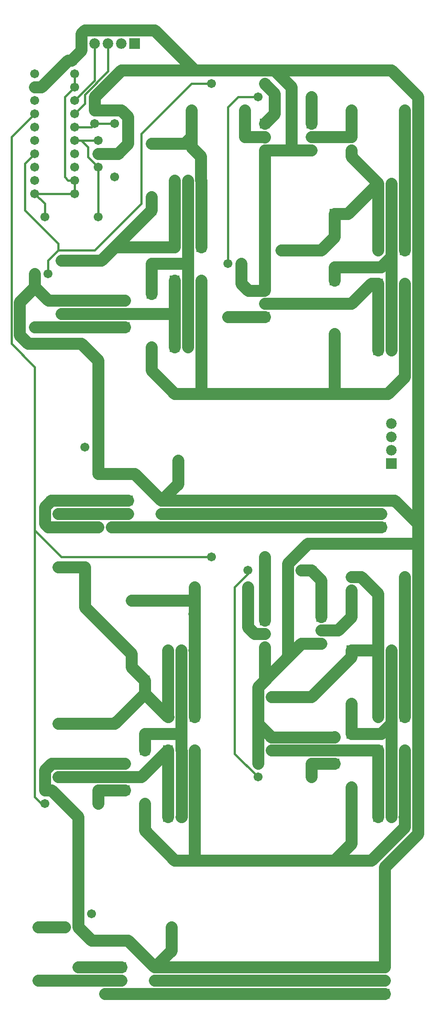
<source format=gbr>
G04 #@! TF.FileFunction,Copper,L2,Bot,Signal*
%FSLAX46Y46*%
G04 Gerber Fmt 4.6, Leading zero omitted, Abs format (unit mm)*
G04 Created by KiCad (PCBNEW 4.0.1-stable) date 01/16/17 05:03:06*
%MOMM*%
G01*
G04 APERTURE LIST*
%ADD10C,0.100000*%
%ADD11R,1.916000X1.916000*%
%ADD12C,1.916000*%
%ADD13R,2.016000X2.016000*%
%ADD14C,2.016000*%
%ADD15C,1.716000*%
%ADD16C,0.381000*%
%ADD17C,2.286000*%
G04 APERTURE END LIST*
D10*
D11*
X151767540Y-165100520D03*
D12*
X151765000Y-175260000D03*
D11*
X151767540Y-178435520D03*
D12*
X151765000Y-188595000D03*
D11*
X191137540Y-159385520D03*
D12*
X191135000Y-169545000D03*
D11*
X191137540Y-175260520D03*
D12*
X191135000Y-185420000D03*
D11*
X156842460Y-222249480D03*
D12*
X156845000Y-212090000D03*
D11*
X153037540Y-75565520D03*
D12*
X153035000Y-85725000D03*
D11*
X153037540Y-91440520D03*
D12*
X153035000Y-101600000D03*
D11*
X187962540Y-76200520D03*
D12*
X187960000Y-86360000D03*
D11*
X187962540Y-88900520D03*
D12*
X187960000Y-99060000D03*
D11*
X158112460Y-133349480D03*
D12*
X158115000Y-123190000D03*
D13*
X149860000Y-43815000D03*
D14*
X147320000Y-43815000D03*
X144780000Y-43815000D03*
X142240000Y-43815000D03*
X139700000Y-43815000D03*
D13*
X198755000Y-123825000D03*
D14*
X198755000Y-121285000D03*
X198755000Y-118745000D03*
X198755000Y-116205000D03*
D12*
X174625000Y-156210000D03*
D11*
X174625000Y-153670000D03*
D12*
X174625000Y-158750000D03*
X147955000Y-183515000D03*
D11*
X147955000Y-186055000D03*
D12*
X147955000Y-180975000D03*
X158750000Y-172085000D03*
D11*
X161290000Y-172085000D03*
D12*
X156210000Y-172085000D03*
X158750000Y-159385000D03*
D11*
X161290000Y-159385000D03*
D12*
X156210000Y-159385000D03*
X158750000Y-178435000D03*
D11*
X156210000Y-178435000D03*
D12*
X161290000Y-178435000D03*
X158750000Y-191135000D03*
D11*
X156210000Y-191135000D03*
D12*
X161290000Y-191135000D03*
X185420000Y-155575000D03*
D11*
X185420000Y-153035000D03*
D12*
X185420000Y-158115000D03*
X187960000Y-178435000D03*
D11*
X187960000Y-180975000D03*
D12*
X187960000Y-175895000D03*
X198755000Y-159385000D03*
D11*
X201295000Y-159385000D03*
D12*
X196215000Y-159385000D03*
X198755000Y-172085000D03*
D11*
X201295000Y-172085000D03*
D12*
X196215000Y-172085000D03*
X198755000Y-191135000D03*
D11*
X196215000Y-191135000D03*
D12*
X201295000Y-191135000D03*
X198755000Y-178435000D03*
D11*
X196215000Y-178435000D03*
D12*
X201295000Y-178435000D03*
X147320000Y-222250000D03*
D11*
X147320000Y-219710000D03*
D12*
X147320000Y-224790000D03*
X153670000Y-222250000D03*
D11*
X153670000Y-224790000D03*
D12*
X153670000Y-219710000D03*
X197485000Y-222250000D03*
D11*
X197485000Y-224790000D03*
D12*
X197485000Y-219710000D03*
X174625000Y-61595000D03*
D11*
X174625000Y-59055000D03*
D12*
X174625000Y-64135000D03*
X147955000Y-95250000D03*
D11*
X147955000Y-97790000D03*
D12*
X147955000Y-92710000D03*
X160020000Y-82550000D03*
D11*
X162560000Y-82550000D03*
D12*
X157480000Y-82550000D03*
X160020000Y-69850000D03*
D11*
X162560000Y-69850000D03*
D12*
X157480000Y-69850000D03*
X160020000Y-88900000D03*
D11*
X157480000Y-88900000D03*
D12*
X162560000Y-88900000D03*
X160020000Y-101600000D03*
D11*
X157480000Y-101600000D03*
D12*
X162560000Y-101600000D03*
X183515000Y-61595000D03*
D11*
X183515000Y-59055000D03*
D12*
X183515000Y-64135000D03*
X174625000Y-93345000D03*
D11*
X174625000Y-95885000D03*
D12*
X174625000Y-90805000D03*
X198755000Y-83185000D03*
D11*
X201295000Y-83185000D03*
D12*
X196215000Y-83185000D03*
X198755000Y-70485000D03*
D11*
X201295000Y-70485000D03*
D12*
X196215000Y-70485000D03*
X198755000Y-102235000D03*
D11*
X196215000Y-102235000D03*
D12*
X201295000Y-102235000D03*
X198755000Y-89535000D03*
D11*
X196215000Y-89535000D03*
D12*
X201295000Y-89535000D03*
X148590000Y-133350000D03*
D11*
X148590000Y-130810000D03*
D12*
X148590000Y-135890000D03*
X154940000Y-133350000D03*
D11*
X154940000Y-135890000D03*
D12*
X154940000Y-130810000D03*
X196850000Y-133350000D03*
D11*
X196850000Y-135890000D03*
D12*
X196850000Y-130810000D03*
D15*
X146050000Y-69215000D03*
X146050000Y-59055000D03*
X132715000Y-76835000D03*
X142875000Y-76835000D03*
X174625000Y-141605000D03*
X164465000Y-141605000D03*
X161290000Y-147320000D03*
X171450000Y-147320000D03*
X161290000Y-149860000D03*
X171450000Y-149860000D03*
X161290000Y-152400000D03*
X171450000Y-152400000D03*
X149225000Y-160020000D03*
X149225000Y-149860000D03*
X137795000Y-173355000D03*
X137795000Y-183515000D03*
X142875000Y-173355000D03*
X142875000Y-183515000D03*
X140335000Y-173355000D03*
X140335000Y-183515000D03*
X135255000Y-173355000D03*
X135255000Y-183515000D03*
X142875000Y-188595000D03*
X132715000Y-188595000D03*
X142875000Y-186055000D03*
X132715000Y-186055000D03*
X181610000Y-144145000D03*
X171450000Y-144145000D03*
X201295000Y-147955000D03*
X191135000Y-147955000D03*
X201295000Y-150495000D03*
X191135000Y-150495000D03*
X201295000Y-153035000D03*
X191135000Y-153035000D03*
X191135000Y-145415000D03*
X201295000Y-145415000D03*
X183515000Y-168275000D03*
X183515000Y-178435000D03*
X180975000Y-168275000D03*
X180975000Y-178435000D03*
X178435000Y-168275000D03*
X178435000Y-178435000D03*
X175895000Y-168275000D03*
X175895000Y-178435000D03*
X183515000Y-183515000D03*
X173355000Y-183515000D03*
X183515000Y-180975000D03*
X173355000Y-180975000D03*
X131445000Y-212090000D03*
X131445000Y-222250000D03*
X133985000Y-212090000D03*
X133985000Y-222250000D03*
X136525000Y-212090000D03*
X136525000Y-222250000D03*
X141605000Y-219710000D03*
X141605000Y-209550000D03*
X139065000Y-219710000D03*
X139065000Y-209550000D03*
X144145000Y-224790000D03*
X144145000Y-214630000D03*
D12*
X161290000Y-199390000D03*
X161290000Y-222250000D03*
X168275000Y-199390000D03*
X168275000Y-222250000D03*
X175260000Y-199390000D03*
X175260000Y-222250000D03*
X182245000Y-199390000D03*
X182245000Y-222250000D03*
X188595000Y-199390000D03*
X188595000Y-222250000D03*
D15*
X174625000Y-51435000D03*
X164465000Y-51435000D03*
X160655000Y-59055000D03*
X170815000Y-59055000D03*
X160655000Y-61595000D03*
X170815000Y-61595000D03*
X160655000Y-56515000D03*
X170815000Y-56515000D03*
X153035000Y-73025000D03*
X153035000Y-62865000D03*
X135890000Y-85090000D03*
X135890000Y-95250000D03*
X138430000Y-85090000D03*
X138430000Y-95250000D03*
X140970000Y-85090000D03*
X140970000Y-95250000D03*
X143510000Y-85090000D03*
X143510000Y-95250000D03*
X133350000Y-97790000D03*
X133350000Y-87630000D03*
X130810000Y-97790000D03*
X130810000Y-87630000D03*
X183515000Y-53975000D03*
X173355000Y-53975000D03*
X201295000Y-56515000D03*
X191135000Y-56515000D03*
X201295000Y-59055000D03*
X191135000Y-59055000D03*
X201295000Y-61595000D03*
X191135000Y-61595000D03*
X191135000Y-64135000D03*
X201295000Y-64135000D03*
X177800000Y-83185000D03*
X177800000Y-93345000D03*
X180340000Y-83185000D03*
X180340000Y-93345000D03*
X182880000Y-83185000D03*
X182880000Y-93345000D03*
X185420000Y-83185000D03*
X185420000Y-93345000D03*
X167640000Y-95885000D03*
X167640000Y-85725000D03*
X170180000Y-95885000D03*
X170180000Y-85725000D03*
X135255000Y-143510000D03*
X135255000Y-133350000D03*
X137795000Y-143510000D03*
X137795000Y-133350000D03*
X140335000Y-143510000D03*
X140335000Y-133350000D03*
X140335000Y-130810000D03*
X140335000Y-120650000D03*
X142875000Y-135890000D03*
X142875000Y-125730000D03*
X145415000Y-135890000D03*
X145415000Y-125730000D03*
D12*
X162560000Y-110490000D03*
X162560000Y-133350000D03*
X168910000Y-110490000D03*
X168910000Y-133350000D03*
X175260000Y-110490000D03*
X175260000Y-133350000D03*
X181610000Y-110490000D03*
X181610000Y-133350000D03*
X187960000Y-110490000D03*
X187960000Y-133350000D03*
D15*
X130810000Y-49530000D03*
X130810000Y-52070000D03*
X130810000Y-54610000D03*
X130810000Y-57150000D03*
X130810000Y-59690000D03*
X130810000Y-62230000D03*
X130810000Y-64770000D03*
X130810000Y-67310000D03*
X130810000Y-69850000D03*
X130810000Y-72390000D03*
X138430000Y-72390000D03*
X138430000Y-69850000D03*
X138430000Y-67310000D03*
X138430000Y-64770000D03*
X138430000Y-62230000D03*
X138430000Y-59690000D03*
X138430000Y-57150000D03*
X138430000Y-54610000D03*
X138430000Y-52070000D03*
X138430000Y-49530000D03*
X142875000Y-64770000D03*
X142875000Y-62230000D03*
X142875000Y-67310000D03*
X142240000Y-59055000D03*
X142240000Y-56515000D03*
X142240000Y-53975000D03*
D16*
X138430000Y-59690000D02*
X141605000Y-59690000D01*
X141605000Y-59690000D02*
X142240000Y-59055000D01*
X142240000Y-59055000D02*
X146050000Y-59055000D01*
D17*
X139700000Y-43815000D02*
X139700000Y-41910000D01*
X153670000Y-41275000D02*
X161290000Y-48895000D01*
X140335000Y-41275000D02*
X153670000Y-41275000D01*
X139700000Y-41910000D02*
X140335000Y-41275000D01*
X139700000Y-43815000D02*
X139700000Y-45085000D01*
X139700000Y-45085000D02*
X137795000Y-46990000D01*
X130810000Y-52070000D02*
X132080000Y-52070000D01*
X137160000Y-46990000D02*
X137795000Y-46990000D01*
X132080000Y-52070000D02*
X137160000Y-46990000D01*
X176530000Y-48895000D02*
X198755000Y-48895000D01*
X203835000Y-53975000D02*
X203835000Y-135255000D01*
X198755000Y-48895000D02*
X203835000Y-53975000D01*
X179070000Y-160655000D02*
X179070000Y-142875000D01*
X182880000Y-139065000D02*
X203835000Y-139065000D01*
X179070000Y-142875000D02*
X182880000Y-139065000D01*
X197485000Y-219710000D02*
X197485000Y-200660000D01*
X197485000Y-200660000D02*
X203835000Y-194310000D01*
X203835000Y-194310000D02*
X203835000Y-139065000D01*
X199390000Y-130810000D02*
X196850000Y-130810000D01*
X203835000Y-135255000D02*
X199390000Y-130810000D01*
X203835000Y-139065000D02*
X203835000Y-135255000D01*
X142875000Y-125730000D02*
X142875000Y-104140000D01*
X127898502Y-93081498D02*
X130810000Y-90170000D01*
X127898502Y-99323502D02*
X127898502Y-93081498D01*
X129540000Y-100965000D02*
X127898502Y-99323502D01*
X139700000Y-100965000D02*
X129540000Y-100965000D01*
X142875000Y-104140000D02*
X139700000Y-100965000D01*
X179705000Y-64135000D02*
X179705000Y-52070000D01*
X147320000Y-48895000D02*
X142240000Y-53975000D01*
X161290000Y-48895000D02*
X147320000Y-48895000D01*
X176530000Y-48895000D02*
X161290000Y-48895000D01*
X179705000Y-52070000D02*
X176530000Y-48895000D01*
X139065000Y-209550000D02*
X139065000Y-191135000D01*
X133985000Y-186055000D02*
X132715000Y-186055000D01*
X139065000Y-191135000D02*
X133985000Y-186055000D01*
X142875000Y-64770000D02*
X146685000Y-64770000D01*
X147320000Y-56515000D02*
X142240000Y-56515000D01*
X148590000Y-57785000D02*
X147320000Y-56515000D01*
X148590000Y-62865000D02*
X148590000Y-57785000D01*
X146685000Y-64770000D02*
X148590000Y-62865000D01*
X142240000Y-53975000D02*
X142240000Y-56515000D01*
X170180000Y-85725000D02*
X170180000Y-89535000D01*
X171503998Y-90858998D02*
X174571002Y-90858998D01*
X170180000Y-89535000D02*
X171503998Y-90858998D01*
X174571002Y-90858998D02*
X174625000Y-90805000D01*
X174625000Y-90805000D02*
X174625000Y-64135000D01*
X174625000Y-64135000D02*
X179705000Y-64135000D01*
X179705000Y-64135000D02*
X183515000Y-64135000D01*
X130810000Y-87630000D02*
X130810000Y-90170000D01*
X133403998Y-92763998D02*
X147955000Y-92763998D01*
X130810000Y-90170000D02*
X133403998Y-92763998D01*
X147955000Y-92763998D02*
X147955000Y-92710000D01*
X142875000Y-125730000D02*
X145415000Y-125730000D01*
X145415000Y-125730000D02*
X148590000Y-125730000D01*
X148590000Y-125730000D02*
X149860000Y-125730000D01*
X149860000Y-125730000D02*
X154940000Y-130810000D01*
X158115000Y-123190000D02*
X158115000Y-127688998D01*
X158115000Y-127688998D02*
X154940520Y-130863478D01*
X154940520Y-130863478D02*
X154940000Y-130810000D01*
X154940000Y-130810000D02*
X196796002Y-130810000D01*
X196796002Y-130810000D02*
X196850000Y-130863998D01*
X196850000Y-130863998D02*
X196850000Y-130810000D01*
X139065000Y-209550000D02*
X139065000Y-212090000D01*
X141605000Y-214630000D02*
X144145000Y-214630000D01*
X139065000Y-212090000D02*
X141605000Y-214630000D01*
X144145000Y-214630000D02*
X148590000Y-214630000D01*
X148590000Y-214630000D02*
X153670000Y-219710000D01*
X156845000Y-212090000D02*
X156845000Y-216588998D01*
X156845000Y-216588998D02*
X153670000Y-219763998D01*
X153670000Y-219763998D02*
X153670000Y-219710000D01*
X197485000Y-219710000D02*
X153723998Y-219710000D01*
X153723998Y-219710000D02*
X153670000Y-219710000D01*
X173355000Y-180975000D02*
X173355000Y-173355000D01*
X132715000Y-186055000D02*
X132715000Y-182245000D01*
X132715000Y-182245000D02*
X133985000Y-180975000D01*
X133985000Y-180975000D02*
X147955000Y-180975000D01*
X174625000Y-158750000D02*
X174625000Y-165100000D01*
X185420000Y-158115000D02*
X181610000Y-158115000D01*
X175948998Y-175948998D02*
X187960000Y-175948998D01*
X173355000Y-173355000D02*
X175948998Y-175948998D01*
X173355000Y-166370000D02*
X173355000Y-173355000D01*
X181610000Y-158115000D02*
X179070000Y-160655000D01*
X179070000Y-160655000D02*
X174625000Y-165100000D01*
X174625000Y-165100000D02*
X173355000Y-166370000D01*
X187960000Y-175948998D02*
X187960000Y-175895000D01*
X153035000Y-73025000D02*
X153035000Y-75562980D01*
X153035000Y-75562980D02*
X153037540Y-75565520D01*
X177800000Y-83185000D02*
X180340000Y-83185000D01*
X180340000Y-83185000D02*
X182880000Y-83185000D01*
X182880000Y-83185000D02*
X185420000Y-83185000D01*
X185420000Y-83185000D02*
X187962540Y-80642460D01*
X187962540Y-80642460D02*
X187962540Y-76200520D01*
X153037540Y-75565520D02*
X146685000Y-81918060D01*
X157480000Y-82550000D02*
X146053060Y-82550000D01*
X146053060Y-82550000D02*
X146685000Y-81918060D01*
X146685000Y-81918060D02*
X146685000Y-81915000D01*
X146685000Y-81915000D02*
X146685000Y-81918060D01*
X143510000Y-85090000D02*
X143513060Y-85090000D01*
X143513060Y-85090000D02*
X146685000Y-81918060D01*
X143510000Y-85090000D02*
X140970000Y-85090000D01*
X140970000Y-85090000D02*
X138430000Y-85090000D01*
X138430000Y-85090000D02*
X135890000Y-85090000D01*
X187962540Y-76200520D02*
X190499480Y-76200520D01*
X190499480Y-76200520D02*
X196215000Y-70485000D01*
X157480000Y-82550000D02*
X157480000Y-69850000D01*
X140335000Y-143510000D02*
X140335000Y-151130000D01*
X140335000Y-151130000D02*
X149225000Y-160020000D01*
X135255000Y-143510000D02*
X137795000Y-143510000D01*
X137795000Y-143510000D02*
X140335000Y-143510000D01*
X191135000Y-64135000D02*
X191135000Y-65351002D01*
X191135000Y-65351002D02*
X196268998Y-70485000D01*
X196268998Y-70485000D02*
X196215000Y-70485000D01*
X196215000Y-83185000D02*
X196215000Y-70485000D01*
X196215000Y-70485000D02*
X196268998Y-70485000D01*
X196268998Y-70485000D02*
X196215000Y-70485000D01*
X191135000Y-145415000D02*
X193040000Y-145415000D01*
X196215000Y-148590000D02*
X196215000Y-159385000D01*
X193040000Y-145415000D02*
X196215000Y-148590000D01*
X149225000Y-160020000D02*
X149225000Y-162557980D01*
X149225000Y-162557980D02*
X151767540Y-165100520D01*
X131445000Y-212090000D02*
X133985000Y-212090000D01*
X133985000Y-212090000D02*
X136525000Y-212090000D01*
X151765000Y-165097980D02*
X151767540Y-165100520D01*
X196268998Y-159385000D02*
X196215000Y-159385000D01*
X175895000Y-168275000D02*
X178435000Y-168275000D01*
X178435000Y-168275000D02*
X180975000Y-168275000D01*
X180975000Y-168275000D02*
X183515000Y-168275000D01*
X183515000Y-168275000D02*
X191137540Y-160652460D01*
X191137540Y-160652460D02*
X191137540Y-159385520D01*
X142875000Y-173355000D02*
X146055080Y-173355000D01*
X146055080Y-173355000D02*
X151767540Y-167642540D01*
X135255000Y-173355000D02*
X137795000Y-173355000D01*
X137795000Y-173355000D02*
X140335000Y-173355000D01*
X140335000Y-173355000D02*
X142875000Y-173355000D01*
X191137540Y-159385520D02*
X196214480Y-159385520D01*
X196214480Y-159385520D02*
X196215000Y-159385000D01*
X151767540Y-165100520D02*
X151767540Y-167642540D01*
X151767540Y-167642540D02*
X156210000Y-172085000D01*
X196215000Y-172085000D02*
X196215000Y-159438998D01*
X196215000Y-159438998D02*
X196268998Y-159385000D01*
X196268998Y-159385000D02*
X196215000Y-159385000D01*
X156210000Y-159385000D02*
X156210000Y-172031002D01*
X156210000Y-172031002D02*
X156263998Y-172085000D01*
X156263998Y-172085000D02*
X156210000Y-172085000D01*
X151767540Y-178435520D02*
X151767540Y-175262540D01*
X151767540Y-175262540D02*
X151770080Y-175260000D01*
X151770080Y-175260000D02*
X158750000Y-175260000D01*
X158750000Y-159385000D02*
X158750000Y-172085000D01*
X158750000Y-172085000D02*
X158750000Y-175260000D01*
X158750000Y-175260000D02*
X158750000Y-178435000D01*
X158750000Y-178435000D02*
X158803998Y-178488998D01*
X158803998Y-178488998D02*
X158803998Y-191135000D01*
X158803998Y-191135000D02*
X158750000Y-191135000D01*
X201295000Y-192405000D02*
X201295000Y-193040000D01*
X201295000Y-193040000D02*
X194945000Y-199390000D01*
X188595000Y-199390000D02*
X194945000Y-199390000D01*
X201295000Y-192405000D02*
X201295000Y-191135000D01*
X191135000Y-185420000D02*
X191135000Y-196215000D01*
X191135000Y-196215000D02*
X187960000Y-199390000D01*
X151765000Y-188595000D02*
X151765000Y-193675000D01*
X157480000Y-199390000D02*
X161290000Y-199390000D01*
X151765000Y-193675000D02*
X157480000Y-199390000D01*
X161290000Y-178435000D02*
X161290000Y-191135000D01*
X201295000Y-178435000D02*
X201295000Y-191081002D01*
X201295000Y-191081002D02*
X201241002Y-191135000D01*
X201241002Y-191135000D02*
X201295000Y-191135000D01*
X161290000Y-191135000D02*
X161290000Y-199390000D01*
X161290000Y-199390000D02*
X168275000Y-199390000D01*
X168275000Y-199390000D02*
X175260000Y-199390000D01*
X175260000Y-199390000D02*
X182245000Y-199390000D01*
X182245000Y-199390000D02*
X188595000Y-199390000D01*
X191135000Y-169545000D02*
X191135000Y-175257980D01*
X191135000Y-175257980D02*
X191137540Y-175260520D01*
X191137540Y-175260520D02*
X196849480Y-175260520D01*
X196849480Y-175260520D02*
X198755000Y-173355000D01*
X198755000Y-159385000D02*
X198755000Y-172085000D01*
X198755000Y-172085000D02*
X198755000Y-173355000D01*
X198755000Y-173355000D02*
X198755000Y-178435000D01*
X198755000Y-178435000D02*
X198755000Y-191135000D01*
X197485000Y-222250000D02*
X188595000Y-222250000D01*
X153670000Y-222250000D02*
X156841940Y-222250000D01*
X156841940Y-222250000D02*
X161290000Y-222250000D01*
X161290000Y-222250000D02*
X168275000Y-222250000D01*
X168275000Y-222250000D02*
X175260000Y-222250000D01*
X175260000Y-222250000D02*
X182245000Y-222250000D01*
X182245000Y-222250000D02*
X188595000Y-222250000D01*
X153037540Y-91440520D02*
X153037540Y-85727540D01*
X153037540Y-85727540D02*
X153040080Y-85725000D01*
X153040080Y-85725000D02*
X160020000Y-85725000D01*
X160020000Y-69850000D02*
X160020000Y-82496002D01*
X160020000Y-82496002D02*
X160020000Y-85725000D01*
X160020000Y-85725000D02*
X160020000Y-88900000D01*
X160020000Y-88900000D02*
X160020000Y-101600000D01*
X153035000Y-101600000D02*
X153035000Y-106045000D01*
X157480000Y-110490000D02*
X162560000Y-110490000D01*
X153035000Y-106045000D02*
X157480000Y-110490000D01*
X187960000Y-99060000D02*
X187960000Y-110490000D01*
X162560000Y-101600000D02*
X162560000Y-110490000D01*
X162560000Y-101600000D02*
X162560000Y-88900000D01*
X201295000Y-89535000D02*
X201295000Y-102235000D01*
X201295000Y-102235000D02*
X201295000Y-107315000D01*
X201295000Y-107315000D02*
X198120000Y-110490000D01*
X198120000Y-110490000D02*
X181610000Y-110490000D01*
X181610000Y-110490000D02*
X175260000Y-110490000D01*
X175260000Y-110490000D02*
X168910000Y-110490000D01*
X168910000Y-110490000D02*
X162560000Y-110490000D01*
X187960000Y-86360000D02*
X196850000Y-86360000D01*
X196850000Y-86360000D02*
X198755000Y-84455000D01*
X187960000Y-86360000D02*
X187960000Y-88897980D01*
X187960000Y-88897980D02*
X187962540Y-88900520D01*
X198755000Y-70485000D02*
X198755000Y-83131002D01*
X198755000Y-83131002D02*
X198755000Y-84455000D01*
X198755000Y-84455000D02*
X198755000Y-89535000D01*
X198755000Y-89535000D02*
X198755000Y-102235000D01*
X158112460Y-133349480D02*
X162559480Y-133349480D01*
X162559480Y-133349480D02*
X162560000Y-133350000D01*
X158112460Y-133349480D02*
X154940520Y-133349480D01*
X154940520Y-133349480D02*
X154940000Y-133350000D01*
X196850000Y-133350000D02*
X188013998Y-133350000D01*
X188013998Y-133350000D02*
X187960000Y-133403998D01*
X187960000Y-133403998D02*
X187960000Y-133350000D01*
X187960000Y-133350000D02*
X181610000Y-133350000D01*
X181610000Y-133350000D02*
X175260000Y-133350000D01*
X175260000Y-133350000D02*
X168910000Y-133350000D01*
X168910000Y-133350000D02*
X162560000Y-133350000D01*
D16*
X138430000Y-52070000D02*
X136525000Y-53975000D01*
X137160000Y-69850000D02*
X138430000Y-69850000D01*
X136525000Y-69215000D02*
X137160000Y-69850000D01*
X136525000Y-53975000D02*
X136525000Y-69215000D01*
X132715000Y-76835000D02*
X132715000Y-74295000D01*
X132715000Y-74295000D02*
X130810000Y-72390000D01*
X138430000Y-69850000D02*
X138430000Y-72390000D01*
X138430000Y-72390000D02*
X130810000Y-72390000D01*
X138430000Y-49530000D02*
X138430000Y-52070000D01*
X144780000Y-43815000D02*
X144780000Y-49081660D01*
X140335000Y-55245000D02*
X138430000Y-57150000D01*
X140335000Y-53526660D02*
X140335000Y-55245000D01*
X144780000Y-49081660D02*
X140335000Y-53526660D01*
X142240000Y-43815000D02*
X142240000Y-50800000D01*
X142240000Y-50800000D02*
X138430000Y-54610000D01*
D17*
X171450000Y-152400000D02*
X171450000Y-154940000D01*
X172720000Y-156210000D02*
X174625000Y-156210000D01*
X171450000Y-154940000D02*
X172720000Y-156210000D01*
X171450000Y-147320000D02*
X171450000Y-149860000D01*
X171450000Y-149860000D02*
X171450000Y-152400000D01*
X174625000Y-141605000D02*
X174625000Y-153670000D01*
X135255000Y-183515000D02*
X137795000Y-183515000D01*
X137795000Y-183515000D02*
X140335000Y-183515000D01*
X140335000Y-183515000D02*
X142875000Y-183515000D01*
X142875000Y-183515000D02*
X147955000Y-183515000D01*
X147955000Y-183515000D02*
X151130000Y-183515000D01*
X151130000Y-183515000D02*
X156210000Y-178435000D01*
X156210000Y-178435000D02*
X156210000Y-191135000D01*
X142875000Y-188595000D02*
X142875000Y-186055000D01*
X142875000Y-186055000D02*
X147955000Y-186055000D01*
X149225000Y-149860000D02*
X161290000Y-149860000D01*
X161290000Y-152400000D02*
X161290000Y-159385000D01*
X161290000Y-147320000D02*
X161290000Y-149860000D01*
X161290000Y-149860000D02*
X161290000Y-152400000D01*
X161290000Y-152400000D02*
X161236002Y-152453998D01*
X161236002Y-159385000D02*
X161290000Y-159385000D01*
X161290000Y-172085000D02*
X161290000Y-159438998D01*
X161290000Y-159438998D02*
X161236002Y-159385000D01*
X161236002Y-159385000D02*
X161290000Y-159385000D01*
X191135000Y-153035000D02*
X188595000Y-155575000D01*
X188595000Y-155575000D02*
X185420000Y-155575000D01*
X191135000Y-147955000D02*
X191135000Y-150495000D01*
X191135000Y-150495000D02*
X191135000Y-153035000D01*
X181610000Y-144145000D02*
X183515000Y-144145000D01*
X185420000Y-146050000D02*
X185420000Y-153035000D01*
X183515000Y-144145000D02*
X185420000Y-146050000D01*
X175895000Y-178435000D02*
X178435000Y-178435000D01*
X178435000Y-178435000D02*
X180975000Y-178435000D01*
X180975000Y-178435000D02*
X183515000Y-178435000D01*
X183515000Y-178435000D02*
X187960000Y-178435000D01*
X187960000Y-178435000D02*
X196215000Y-178435000D01*
X196215000Y-191135000D02*
X196215000Y-178435000D01*
X183515000Y-183515000D02*
X183515000Y-180975000D01*
X183515000Y-180975000D02*
X187960000Y-180975000D01*
X201295000Y-153035000D02*
X201295000Y-159385000D01*
X201295000Y-145415000D02*
X201295000Y-147955000D01*
X201295000Y-147955000D02*
X201295000Y-150495000D01*
X201295000Y-150495000D02*
X201295000Y-153035000D01*
X201295000Y-159385000D02*
X201295000Y-172085000D01*
X131445000Y-222250000D02*
X133985000Y-222250000D01*
X133985000Y-222250000D02*
X136525000Y-222250000D01*
X136525000Y-222250000D02*
X147320000Y-222250000D01*
X139065000Y-219710000D02*
X141605000Y-219710000D01*
X141605000Y-219710000D02*
X147320000Y-219710000D01*
X144145000Y-224790000D02*
X147320000Y-224790000D01*
X147320000Y-224790000D02*
X153670000Y-224790000D01*
X153670000Y-224790000D02*
X197485000Y-224790000D01*
X170815000Y-56515000D02*
X170815000Y-59055000D01*
X170815000Y-59055000D02*
X170815000Y-61595000D01*
X170815000Y-61595000D02*
X174625000Y-61595000D01*
X174625000Y-61595000D02*
X174625000Y-61648998D01*
X174625000Y-61648998D02*
X174625000Y-61595000D01*
X174625000Y-59055000D02*
X176530000Y-57150000D01*
X176530000Y-53340000D02*
X174625000Y-51435000D01*
X176530000Y-57150000D02*
X176530000Y-53340000D01*
X135890000Y-95250000D02*
X138430000Y-95250000D01*
X138430000Y-95250000D02*
X140970000Y-95250000D01*
X140970000Y-95250000D02*
X143510000Y-95250000D01*
X143510000Y-95250000D02*
X147955000Y-95250000D01*
X147955000Y-95250000D02*
X157480000Y-95250000D01*
X157480000Y-101600000D02*
X157480000Y-95250000D01*
X157480000Y-95250000D02*
X157480000Y-88900000D01*
X130810000Y-97790000D02*
X133350000Y-97790000D01*
X133350000Y-97790000D02*
X147955000Y-97790000D01*
X153035000Y-62865000D02*
X159385000Y-62865000D01*
X159385000Y-62865000D02*
X160655000Y-61595000D01*
X160655000Y-61595000D02*
X160655000Y-63500000D01*
X162506002Y-65351002D02*
X162506002Y-69850000D01*
X160655000Y-63500000D02*
X162506002Y-65351002D01*
X162506002Y-69850000D02*
X162560000Y-69850000D01*
X160655000Y-61595000D02*
X160655000Y-59055000D01*
X160655000Y-59055000D02*
X160655000Y-56515000D01*
X162560000Y-82550000D02*
X162560000Y-69850000D01*
X183515000Y-61595000D02*
X191135000Y-61595000D01*
X191135000Y-61595000D02*
X191135000Y-59055000D01*
X191135000Y-59055000D02*
X191135000Y-56515000D01*
X183515000Y-53975000D02*
X183515000Y-59055000D01*
X174625000Y-93345000D02*
X177800000Y-93345000D01*
X177800000Y-93345000D02*
X180340000Y-93345000D01*
X180340000Y-93345000D02*
X182880000Y-93345000D01*
X182880000Y-93345000D02*
X185420000Y-93345000D01*
X185420000Y-93345000D02*
X191135000Y-93345000D01*
X191135000Y-93345000D02*
X194945000Y-89535000D01*
X194945000Y-89535000D02*
X196215000Y-89535000D01*
X196215000Y-89535000D02*
X196215000Y-102235000D01*
X167640000Y-95885000D02*
X170180000Y-95885000D01*
X170180000Y-95885000D02*
X174625000Y-95885000D01*
X201295000Y-56515000D02*
X201295000Y-59055000D01*
X201295000Y-59055000D02*
X201295000Y-61595000D01*
X201295000Y-61595000D02*
X201295000Y-64135000D01*
X201295000Y-64135000D02*
X201295000Y-70485000D01*
X201295000Y-70485000D02*
X201295000Y-83185000D01*
X135255000Y-133350000D02*
X137795000Y-133350000D01*
X137795000Y-133350000D02*
X140335000Y-133350000D01*
X140335000Y-133350000D02*
X148590000Y-133350000D01*
X148590000Y-130810000D02*
X140335000Y-130810000D01*
X142875000Y-135890000D02*
X133350000Y-135890000D01*
X133931002Y-130863998D02*
X140335000Y-130863998D01*
X132715000Y-132080000D02*
X133931002Y-130863998D01*
X132715000Y-135255000D02*
X132715000Y-132080000D01*
X133350000Y-135890000D02*
X132715000Y-135255000D01*
X140335000Y-130863998D02*
X140335000Y-130810000D01*
X145415000Y-135890000D02*
X148590000Y-135890000D01*
X148590000Y-135890000D02*
X154940000Y-135890000D01*
X154940000Y-135890000D02*
X196850000Y-135890000D01*
D16*
X142875000Y-67310000D02*
X142875000Y-76835000D01*
X142875000Y-67310000D02*
X140970000Y-65405000D01*
X140970000Y-63500000D02*
X139700000Y-62230000D01*
X140970000Y-65405000D02*
X140970000Y-63500000D01*
X142875000Y-67310000D02*
X142875000Y-66675000D01*
X142875000Y-62230000D02*
X139700000Y-62230000D01*
X139700000Y-62230000D02*
X138430000Y-62230000D01*
X127635000Y-60325000D02*
X126365000Y-61595000D01*
X126365000Y-100965000D02*
X130810000Y-105410000D01*
X126365000Y-61595000D02*
X126365000Y-100965000D01*
X164465000Y-141605000D02*
X135890000Y-141605000D01*
X135890000Y-141605000D02*
X130810000Y-136525000D01*
X132715000Y-188595000D02*
X132080000Y-188595000D01*
X132080000Y-188595000D02*
X130810000Y-187325000D01*
X130810000Y-187325000D02*
X130810000Y-136525000D01*
X130810000Y-136525000D02*
X130810000Y-105410000D01*
X127635000Y-60325000D02*
X130810000Y-57150000D01*
X171450000Y-144145000D02*
X171450000Y-144780000D01*
X171450000Y-144780000D02*
X168910000Y-147320000D01*
X168910000Y-147320000D02*
X168910000Y-179070000D01*
X168910000Y-179070000D02*
X173355000Y-183515000D01*
X130810000Y-64770000D02*
X128905000Y-66675000D01*
X135255000Y-81915000D02*
X135255000Y-83185000D01*
X128905000Y-75565000D02*
X135255000Y-81915000D01*
X128905000Y-66675000D02*
X128905000Y-75565000D01*
X164465000Y-51435000D02*
X160655000Y-51435000D01*
X133350000Y-85090000D02*
X133350000Y-87630000D01*
X135255000Y-83185000D02*
X133350000Y-85090000D01*
X142240000Y-83185000D02*
X135255000Y-83185000D01*
X151130000Y-74295000D02*
X142240000Y-83185000D01*
X151130000Y-60960000D02*
X151130000Y-74295000D01*
X160655000Y-51435000D02*
X151130000Y-60960000D01*
X173355000Y-53975000D02*
X169545000Y-53975000D01*
X167640000Y-55880000D02*
X167640000Y-85725000D01*
X169545000Y-53975000D02*
X167640000Y-55880000D01*
M02*

</source>
